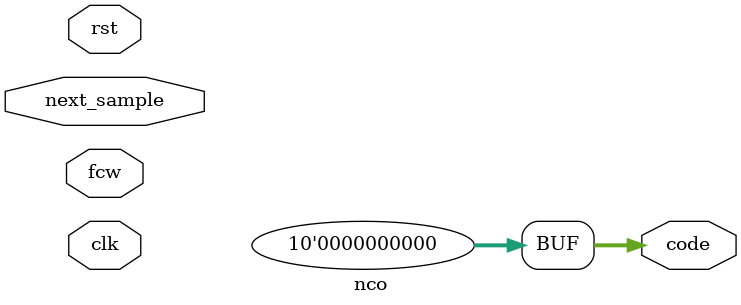
<source format=v>
module nco(
    input clk,
    input rst,
    input [23:0] fcw,
    input next_sample,
    output [9:0] code
);
    assign code = 0;
endmodule

</source>
